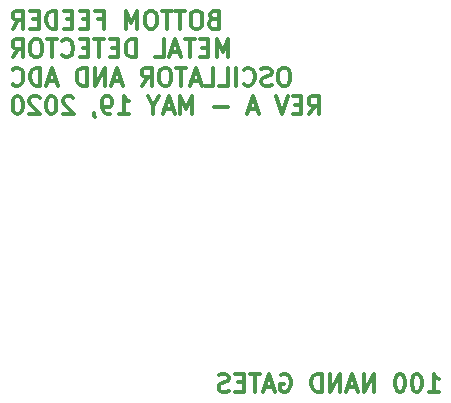
<source format=gbr>
%TF.GenerationSoftware,KiCad,Pcbnew,5.99.0-unknown-ad88874~101~ubuntu20.04.1*%
%TF.CreationDate,2020-05-19T21:15:42-04:00*%
%TF.ProjectId,detector,64657465-6374-46f7-922e-6b696361645f,rev?*%
%TF.SameCoordinates,Original*%
%TF.FileFunction,Legend,Bot*%
%TF.FilePolarity,Positive*%
%FSLAX46Y46*%
G04 Gerber Fmt 4.6, Leading zero omitted, Abs format (unit mm)*
G04 Created by KiCad (PCBNEW 5.99.0-unknown-ad88874~101~ubuntu20.04.1) date 2020-05-19 21:15:42*
%MOMM*%
%LPD*%
G01*
G04 APERTURE LIST*
%ADD10C,0.300000*%
G04 APERTURE END LIST*
D10*
X117980714Y-67354060D02*
X117766428Y-67425488D01*
X117695000Y-67496917D01*
X117623571Y-67639774D01*
X117623571Y-67854060D01*
X117695000Y-67996917D01*
X117766428Y-68068345D01*
X117909285Y-68139774D01*
X118480714Y-68139774D01*
X118480714Y-66639774D01*
X117980714Y-66639774D01*
X117837857Y-66711203D01*
X117766428Y-66782631D01*
X117695000Y-66925488D01*
X117695000Y-67068345D01*
X117766428Y-67211203D01*
X117837857Y-67282631D01*
X117980714Y-67354060D01*
X118480714Y-67354060D01*
X116695000Y-66639774D02*
X116409285Y-66639774D01*
X116266428Y-66711203D01*
X116123571Y-66854060D01*
X116052142Y-67139774D01*
X116052142Y-67639774D01*
X116123571Y-67925488D01*
X116266428Y-68068345D01*
X116409285Y-68139774D01*
X116695000Y-68139774D01*
X116837857Y-68068345D01*
X116980714Y-67925488D01*
X117052142Y-67639774D01*
X117052142Y-67139774D01*
X116980714Y-66854060D01*
X116837857Y-66711203D01*
X116695000Y-66639774D01*
X115623571Y-66639774D02*
X114766428Y-66639774D01*
X115195000Y-68139774D02*
X115195000Y-66639774D01*
X114480714Y-66639774D02*
X113623571Y-66639774D01*
X114052142Y-68139774D02*
X114052142Y-66639774D01*
X112837857Y-66639774D02*
X112552142Y-66639774D01*
X112409285Y-66711203D01*
X112266428Y-66854060D01*
X112195000Y-67139774D01*
X112195000Y-67639774D01*
X112266428Y-67925488D01*
X112409285Y-68068345D01*
X112552142Y-68139774D01*
X112837857Y-68139774D01*
X112980714Y-68068345D01*
X113123571Y-67925488D01*
X113195000Y-67639774D01*
X113195000Y-67139774D01*
X113123571Y-66854060D01*
X112980714Y-66711203D01*
X112837857Y-66639774D01*
X111552142Y-68139774D02*
X111552142Y-66639774D01*
X111052142Y-67711203D01*
X110552142Y-66639774D01*
X110552142Y-68139774D01*
X108195000Y-67354060D02*
X108695000Y-67354060D01*
X108695000Y-68139774D02*
X108695000Y-66639774D01*
X107980714Y-66639774D01*
X107409285Y-67354060D02*
X106909285Y-67354060D01*
X106695000Y-68139774D02*
X107409285Y-68139774D01*
X107409285Y-66639774D01*
X106695000Y-66639774D01*
X106052142Y-67354060D02*
X105552142Y-67354060D01*
X105337857Y-68139774D02*
X106052142Y-68139774D01*
X106052142Y-66639774D01*
X105337857Y-66639774D01*
X104695000Y-68139774D02*
X104695000Y-66639774D01*
X104337857Y-66639774D01*
X104123571Y-66711203D01*
X103980714Y-66854060D01*
X103909285Y-66996917D01*
X103837857Y-67282631D01*
X103837857Y-67496917D01*
X103909285Y-67782631D01*
X103980714Y-67925488D01*
X104123571Y-68068345D01*
X104337857Y-68139774D01*
X104695000Y-68139774D01*
X103195000Y-67354060D02*
X102695000Y-67354060D01*
X102480714Y-68139774D02*
X103195000Y-68139774D01*
X103195000Y-66639774D01*
X102480714Y-66639774D01*
X100980714Y-68139774D02*
X101480714Y-67425488D01*
X101837857Y-68139774D02*
X101837857Y-66639774D01*
X101266428Y-66639774D01*
X101123571Y-66711203D01*
X101052142Y-66782631D01*
X100980714Y-66925488D01*
X100980714Y-67139774D01*
X101052142Y-67282631D01*
X101123571Y-67354060D01*
X101266428Y-67425488D01*
X101837857Y-67425488D01*
X119266428Y-70554774D02*
X119266428Y-69054774D01*
X118766428Y-70126203D01*
X118266428Y-69054774D01*
X118266428Y-70554774D01*
X117552142Y-69769060D02*
X117052142Y-69769060D01*
X116837857Y-70554774D02*
X117552142Y-70554774D01*
X117552142Y-69054774D01*
X116837857Y-69054774D01*
X116409285Y-69054774D02*
X115552142Y-69054774D01*
X115980714Y-70554774D02*
X115980714Y-69054774D01*
X115123571Y-70126203D02*
X114409285Y-70126203D01*
X115266428Y-70554774D02*
X114766428Y-69054774D01*
X114266428Y-70554774D01*
X113052142Y-70554774D02*
X113766428Y-70554774D01*
X113766428Y-69054774D01*
X111409285Y-70554774D02*
X111409285Y-69054774D01*
X111052142Y-69054774D01*
X110837857Y-69126203D01*
X110695000Y-69269060D01*
X110623571Y-69411917D01*
X110552142Y-69697631D01*
X110552142Y-69911917D01*
X110623571Y-70197631D01*
X110695000Y-70340488D01*
X110837857Y-70483345D01*
X111052142Y-70554774D01*
X111409285Y-70554774D01*
X109909285Y-69769060D02*
X109409285Y-69769060D01*
X109195000Y-70554774D02*
X109909285Y-70554774D01*
X109909285Y-69054774D01*
X109195000Y-69054774D01*
X108766428Y-69054774D02*
X107909285Y-69054774D01*
X108337857Y-70554774D02*
X108337857Y-69054774D01*
X107409285Y-69769060D02*
X106909285Y-69769060D01*
X106695000Y-70554774D02*
X107409285Y-70554774D01*
X107409285Y-69054774D01*
X106695000Y-69054774D01*
X105195000Y-70411917D02*
X105266428Y-70483345D01*
X105480714Y-70554774D01*
X105623571Y-70554774D01*
X105837857Y-70483345D01*
X105980714Y-70340488D01*
X106052142Y-70197631D01*
X106123571Y-69911917D01*
X106123571Y-69697631D01*
X106052142Y-69411917D01*
X105980714Y-69269060D01*
X105837857Y-69126203D01*
X105623571Y-69054774D01*
X105480714Y-69054774D01*
X105266428Y-69126203D01*
X105195000Y-69197631D01*
X104766428Y-69054774D02*
X103909285Y-69054774D01*
X104337857Y-70554774D02*
X104337857Y-69054774D01*
X103123571Y-69054774D02*
X102837857Y-69054774D01*
X102695000Y-69126203D01*
X102552142Y-69269060D01*
X102480714Y-69554774D01*
X102480714Y-70054774D01*
X102552142Y-70340488D01*
X102695000Y-70483345D01*
X102837857Y-70554774D01*
X103123571Y-70554774D01*
X103266428Y-70483345D01*
X103409285Y-70340488D01*
X103480714Y-70054774D01*
X103480714Y-69554774D01*
X103409285Y-69269060D01*
X103266428Y-69126203D01*
X103123571Y-69054774D01*
X100980714Y-70554774D02*
X101480714Y-69840488D01*
X101837857Y-70554774D02*
X101837857Y-69054774D01*
X101266428Y-69054774D01*
X101123571Y-69126203D01*
X101052142Y-69197631D01*
X100980714Y-69340488D01*
X100980714Y-69554774D01*
X101052142Y-69697631D01*
X101123571Y-69769060D01*
X101266428Y-69840488D01*
X101837857Y-69840488D01*
X124123571Y-71469774D02*
X123837857Y-71469774D01*
X123695000Y-71541203D01*
X123552142Y-71684060D01*
X123480714Y-71969774D01*
X123480714Y-72469774D01*
X123552142Y-72755488D01*
X123695000Y-72898345D01*
X123837857Y-72969774D01*
X124123571Y-72969774D01*
X124266428Y-72898345D01*
X124409285Y-72755488D01*
X124480714Y-72469774D01*
X124480714Y-71969774D01*
X124409285Y-71684060D01*
X124266428Y-71541203D01*
X124123571Y-71469774D01*
X122909285Y-72898345D02*
X122695000Y-72969774D01*
X122337857Y-72969774D01*
X122195000Y-72898345D01*
X122123571Y-72826917D01*
X122052142Y-72684060D01*
X122052142Y-72541203D01*
X122123571Y-72398345D01*
X122195000Y-72326917D01*
X122337857Y-72255488D01*
X122623571Y-72184060D01*
X122766428Y-72112631D01*
X122837857Y-72041203D01*
X122909285Y-71898345D01*
X122909285Y-71755488D01*
X122837857Y-71612631D01*
X122766428Y-71541203D01*
X122623571Y-71469774D01*
X122266428Y-71469774D01*
X122052142Y-71541203D01*
X120552142Y-72826917D02*
X120623571Y-72898345D01*
X120837857Y-72969774D01*
X120980714Y-72969774D01*
X121195000Y-72898345D01*
X121337857Y-72755488D01*
X121409285Y-72612631D01*
X121480714Y-72326917D01*
X121480714Y-72112631D01*
X121409285Y-71826917D01*
X121337857Y-71684060D01*
X121195000Y-71541203D01*
X120980714Y-71469774D01*
X120837857Y-71469774D01*
X120623571Y-71541203D01*
X120552142Y-71612631D01*
X119909285Y-72969774D02*
X119909285Y-71469774D01*
X118480714Y-72969774D02*
X119195000Y-72969774D01*
X119195000Y-71469774D01*
X117266428Y-72969774D02*
X117980714Y-72969774D01*
X117980714Y-71469774D01*
X116837857Y-72541203D02*
X116123571Y-72541203D01*
X116980714Y-72969774D02*
X116480714Y-71469774D01*
X115980714Y-72969774D01*
X115695000Y-71469774D02*
X114837857Y-71469774D01*
X115266428Y-72969774D02*
X115266428Y-71469774D01*
X114052142Y-71469774D02*
X113766428Y-71469774D01*
X113623571Y-71541203D01*
X113480714Y-71684060D01*
X113409285Y-71969774D01*
X113409285Y-72469774D01*
X113480714Y-72755488D01*
X113623571Y-72898345D01*
X113766428Y-72969774D01*
X114052142Y-72969774D01*
X114195000Y-72898345D01*
X114337857Y-72755488D01*
X114409285Y-72469774D01*
X114409285Y-71969774D01*
X114337857Y-71684060D01*
X114195000Y-71541203D01*
X114052142Y-71469774D01*
X111909285Y-72969774D02*
X112409285Y-72255488D01*
X112766428Y-72969774D02*
X112766428Y-71469774D01*
X112195000Y-71469774D01*
X112052142Y-71541203D01*
X111980714Y-71612631D01*
X111909285Y-71755488D01*
X111909285Y-71969774D01*
X111980714Y-72112631D01*
X112052142Y-72184060D01*
X112195000Y-72255488D01*
X112766428Y-72255488D01*
X110195000Y-72541203D02*
X109480714Y-72541203D01*
X110337857Y-72969774D02*
X109837857Y-71469774D01*
X109337857Y-72969774D01*
X108837857Y-72969774D02*
X108837857Y-71469774D01*
X107980714Y-72969774D01*
X107980714Y-71469774D01*
X107266428Y-72969774D02*
X107266428Y-71469774D01*
X106909285Y-71469774D01*
X106695000Y-71541203D01*
X106552142Y-71684060D01*
X106480714Y-71826917D01*
X106409285Y-72112631D01*
X106409285Y-72326917D01*
X106480714Y-72612631D01*
X106552142Y-72755488D01*
X106695000Y-72898345D01*
X106909285Y-72969774D01*
X107266428Y-72969774D01*
X104695000Y-72541203D02*
X103980714Y-72541203D01*
X104837857Y-72969774D02*
X104337857Y-71469774D01*
X103837857Y-72969774D01*
X103337857Y-72969774D02*
X103337857Y-71469774D01*
X102980714Y-71469774D01*
X102766428Y-71541203D01*
X102623571Y-71684060D01*
X102552142Y-71826917D01*
X102480714Y-72112631D01*
X102480714Y-72326917D01*
X102552142Y-72612631D01*
X102623571Y-72755488D01*
X102766428Y-72898345D01*
X102980714Y-72969774D01*
X103337857Y-72969774D01*
X100980714Y-72826917D02*
X101052142Y-72898345D01*
X101266428Y-72969774D01*
X101409285Y-72969774D01*
X101623571Y-72898345D01*
X101766428Y-72755488D01*
X101837857Y-72612631D01*
X101909285Y-72326917D01*
X101909285Y-72112631D01*
X101837857Y-71826917D01*
X101766428Y-71684060D01*
X101623571Y-71541203D01*
X101409285Y-71469774D01*
X101266428Y-71469774D01*
X101052142Y-71541203D01*
X100980714Y-71612631D01*
X126052142Y-75384774D02*
X126552142Y-74670488D01*
X126909285Y-75384774D02*
X126909285Y-73884774D01*
X126337857Y-73884774D01*
X126195000Y-73956203D01*
X126123571Y-74027631D01*
X126052142Y-74170488D01*
X126052142Y-74384774D01*
X126123571Y-74527631D01*
X126195000Y-74599060D01*
X126337857Y-74670488D01*
X126909285Y-74670488D01*
X125409285Y-74599060D02*
X124909285Y-74599060D01*
X124695000Y-75384774D02*
X125409285Y-75384774D01*
X125409285Y-73884774D01*
X124695000Y-73884774D01*
X124266428Y-73884774D02*
X123766428Y-75384774D01*
X123266428Y-73884774D01*
X121695000Y-74956203D02*
X120980714Y-74956203D01*
X121837857Y-75384774D02*
X121337857Y-73884774D01*
X120837857Y-75384774D01*
X119195000Y-74813345D02*
X118052142Y-74813345D01*
X116195000Y-75384774D02*
X116195000Y-73884774D01*
X115695000Y-74956203D01*
X115195000Y-73884774D01*
X115195000Y-75384774D01*
X114552142Y-74956203D02*
X113837857Y-74956203D01*
X114695000Y-75384774D02*
X114195000Y-73884774D01*
X113695000Y-75384774D01*
X112909285Y-74670488D02*
X112909285Y-75384774D01*
X113409285Y-73884774D02*
X112909285Y-74670488D01*
X112409285Y-73884774D01*
X109980714Y-75384774D02*
X110837857Y-75384774D01*
X110409285Y-75384774D02*
X110409285Y-73884774D01*
X110552142Y-74099060D01*
X110695000Y-74241917D01*
X110837857Y-74313345D01*
X109266428Y-75384774D02*
X108980714Y-75384774D01*
X108837857Y-75313345D01*
X108766428Y-75241917D01*
X108623571Y-75027631D01*
X108552142Y-74741917D01*
X108552142Y-74170488D01*
X108623571Y-74027631D01*
X108695000Y-73956203D01*
X108837857Y-73884774D01*
X109123571Y-73884774D01*
X109266428Y-73956203D01*
X109337857Y-74027631D01*
X109409285Y-74170488D01*
X109409285Y-74527631D01*
X109337857Y-74670488D01*
X109266428Y-74741917D01*
X109123571Y-74813345D01*
X108837857Y-74813345D01*
X108695000Y-74741917D01*
X108623571Y-74670488D01*
X108552142Y-74527631D01*
X107837857Y-75313345D02*
X107837857Y-75384774D01*
X107909285Y-75527631D01*
X107980714Y-75599060D01*
X106123571Y-74027631D02*
X106052142Y-73956203D01*
X105909285Y-73884774D01*
X105552142Y-73884774D01*
X105409285Y-73956203D01*
X105337857Y-74027631D01*
X105266428Y-74170488D01*
X105266428Y-74313345D01*
X105337857Y-74527631D01*
X106195000Y-75384774D01*
X105266428Y-75384774D01*
X104337857Y-73884774D02*
X104195000Y-73884774D01*
X104052142Y-73956203D01*
X103980714Y-74027631D01*
X103909285Y-74170488D01*
X103837857Y-74456203D01*
X103837857Y-74813345D01*
X103909285Y-75099060D01*
X103980714Y-75241917D01*
X104052142Y-75313345D01*
X104195000Y-75384774D01*
X104337857Y-75384774D01*
X104480714Y-75313345D01*
X104552142Y-75241917D01*
X104623571Y-75099060D01*
X104695000Y-74813345D01*
X104695000Y-74456203D01*
X104623571Y-74170488D01*
X104552142Y-74027631D01*
X104480714Y-73956203D01*
X104337857Y-73884774D01*
X103266428Y-74027631D02*
X103195000Y-73956203D01*
X103052142Y-73884774D01*
X102695000Y-73884774D01*
X102552142Y-73956203D01*
X102480714Y-74027631D01*
X102409285Y-74170488D01*
X102409285Y-74313345D01*
X102480714Y-74527631D01*
X103337857Y-75384774D01*
X102409285Y-75384774D01*
X101480714Y-73884774D02*
X101337857Y-73884774D01*
X101195000Y-73956203D01*
X101123571Y-74027631D01*
X101052142Y-74170488D01*
X100980714Y-74456203D01*
X100980714Y-74813345D01*
X101052142Y-75099060D01*
X101123571Y-75241917D01*
X101195000Y-75313345D01*
X101337857Y-75384774D01*
X101480714Y-75384774D01*
X101623571Y-75313345D01*
X101695000Y-75241917D01*
X101766428Y-75099060D01*
X101837857Y-74813345D01*
X101837857Y-74456203D01*
X101766428Y-74170488D01*
X101695000Y-74027631D01*
X101623571Y-73956203D01*
X101480714Y-73884774D01*
X136214285Y-98878571D02*
X137071428Y-98878571D01*
X136642857Y-98878571D02*
X136642857Y-97378571D01*
X136785714Y-97592857D01*
X136928571Y-97735714D01*
X137071428Y-97807142D01*
X135285714Y-97378571D02*
X135142857Y-97378571D01*
X135000000Y-97450000D01*
X134928571Y-97521428D01*
X134857142Y-97664285D01*
X134785714Y-97950000D01*
X134785714Y-98307142D01*
X134857142Y-98592857D01*
X134928571Y-98735714D01*
X135000000Y-98807142D01*
X135142857Y-98878571D01*
X135285714Y-98878571D01*
X135428571Y-98807142D01*
X135500000Y-98735714D01*
X135571428Y-98592857D01*
X135642857Y-98307142D01*
X135642857Y-97950000D01*
X135571428Y-97664285D01*
X135500000Y-97521428D01*
X135428571Y-97450000D01*
X135285714Y-97378571D01*
X133857142Y-97378571D02*
X133714285Y-97378571D01*
X133571428Y-97450000D01*
X133500000Y-97521428D01*
X133428571Y-97664285D01*
X133357142Y-97950000D01*
X133357142Y-98307142D01*
X133428571Y-98592857D01*
X133500000Y-98735714D01*
X133571428Y-98807142D01*
X133714285Y-98878571D01*
X133857142Y-98878571D01*
X134000000Y-98807142D01*
X134071428Y-98735714D01*
X134142857Y-98592857D01*
X134214285Y-98307142D01*
X134214285Y-97950000D01*
X134142857Y-97664285D01*
X134071428Y-97521428D01*
X134000000Y-97450000D01*
X133857142Y-97378571D01*
X131571428Y-98878571D02*
X131571428Y-97378571D01*
X130714285Y-98878571D01*
X130714285Y-97378571D01*
X130071428Y-98450000D02*
X129357142Y-98450000D01*
X130214285Y-98878571D02*
X129714285Y-97378571D01*
X129214285Y-98878571D01*
X128714285Y-98878571D02*
X128714285Y-97378571D01*
X127857142Y-98878571D01*
X127857142Y-97378571D01*
X127142857Y-98878571D02*
X127142857Y-97378571D01*
X126785714Y-97378571D01*
X126571428Y-97450000D01*
X126428571Y-97592857D01*
X126357142Y-97735714D01*
X126285714Y-98021428D01*
X126285714Y-98235714D01*
X126357142Y-98521428D01*
X126428571Y-98664285D01*
X126571428Y-98807142D01*
X126785714Y-98878571D01*
X127142857Y-98878571D01*
X123714285Y-97450000D02*
X123857142Y-97378571D01*
X124071428Y-97378571D01*
X124285714Y-97450000D01*
X124428571Y-97592857D01*
X124500000Y-97735714D01*
X124571428Y-98021428D01*
X124571428Y-98235714D01*
X124500000Y-98521428D01*
X124428571Y-98664285D01*
X124285714Y-98807142D01*
X124071428Y-98878571D01*
X123928571Y-98878571D01*
X123714285Y-98807142D01*
X123642857Y-98735714D01*
X123642857Y-98235714D01*
X123928571Y-98235714D01*
X123071428Y-98450000D02*
X122357142Y-98450000D01*
X123214285Y-98878571D02*
X122714285Y-97378571D01*
X122214285Y-98878571D01*
X121928571Y-97378571D02*
X121071428Y-97378571D01*
X121500000Y-98878571D02*
X121500000Y-97378571D01*
X120571428Y-98092857D02*
X120071428Y-98092857D01*
X119857142Y-98878571D02*
X120571428Y-98878571D01*
X120571428Y-97378571D01*
X119857142Y-97378571D01*
X119285714Y-98807142D02*
X119071428Y-98878571D01*
X118714285Y-98878571D01*
X118571428Y-98807142D01*
X118500000Y-98735714D01*
X118428571Y-98592857D01*
X118428571Y-98450000D01*
X118500000Y-98307142D01*
X118571428Y-98235714D01*
X118714285Y-98164285D01*
X119000000Y-98092857D01*
X119142857Y-98021428D01*
X119214285Y-97950000D01*
X119285714Y-97807142D01*
X119285714Y-97664285D01*
X119214285Y-97521428D01*
X119142857Y-97450000D01*
X119000000Y-97378571D01*
X118642857Y-97378571D01*
X118428571Y-97450000D01*
M02*

</source>
